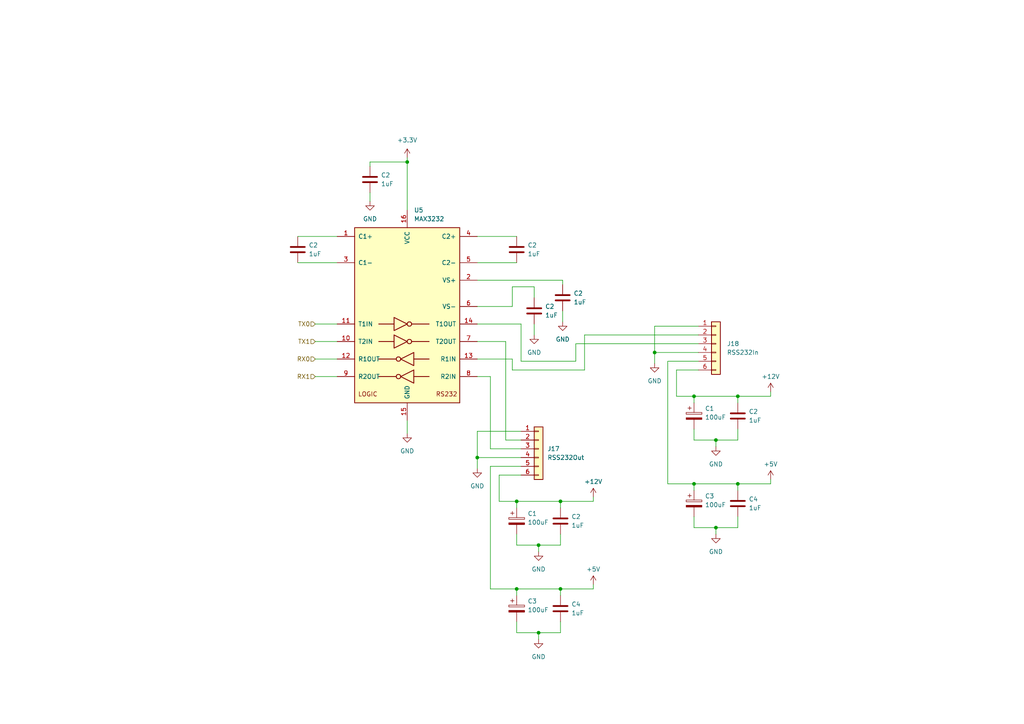
<source format=kicad_sch>
(kicad_sch (version 20230121) (generator eeschema)
  (paper "A4")
  (lib_symbols
    (symbol "Connector_Generic:Conn_01x06" (pin_names (offset 1.016) hide)
      (property "Reference" "J" (at 0 7.62 0))
      (property "Value" "Conn_01x06" (at 0 -10.16 0))
      (symbol "Conn_01x06_1_1"
        (rectangle (start -1.27 -7.493) (end 0 -7.747) (stroke (width 0.1524)))
        (rectangle (start -1.27 -4.953) (end 0 -5.207) (stroke (width 0.1524)))
        (rectangle (start -1.27 -2.413) (end 0 -2.667) (stroke (width 0.1524)))
        (rectangle (start -1.27 0.127) (end 0 -0.127) (stroke (width 0.1524)))
        (rectangle (start -1.27 2.667) (end 0 2.413) (stroke (width 0.1524)))
        (rectangle (start -1.27 5.207) (end 0 4.953) (stroke (width 0.1524)))
        (rectangle (start -1.27 6.35) (end 1.27 -8.89) (stroke (width 0.254)) (fill (type background)))
        (pin passive line (at -5.08 5.08 0) (length 3.81) (name "Pin_1") (number "1"))
        (pin passive line (at -5.08 2.54 0) (length 3.81) (name "Pin_2") (number "2"))
        (pin passive line (at -5.08 0 0) (length 3.81) (name "Pin_3") (number "3"))
        (pin passive line (at -5.08 -2.54 0) (length 3.81) (name "Pin_4") (number "4"))
        (pin passive line (at -5.08 -5.08 0) (length 3.81) (name "Pin_5") (number "5"))
        (pin passive line (at -5.08 -7.62 0) (length 3.81) (name "Pin_6") (number "6"))
      )
    )
    (symbol "Device:C" (pin_numbers hide) (pin_names (offset 0.254))
      (property "Reference" "C" (at 0.635 2.54 0))
      (property "Value" "C" (at 0.635 -2.54 0))
      (symbol "C_0_1"
        (polyline (pts (xy -2.032 -0.762) (xy 2.032 -0.762)) (stroke (width 0.508)))
        (polyline (pts (xy -2.032 0.762) (xy 2.032 0.762)) (stroke (width 0.508)))
      )
      (symbol "C_1_1"
        (pin passive line (at 0 3.81 270) (length 2.794) (name "~") (number "1"))
        (pin passive line (at 0 -3.81 90) (length 2.794) (name "~") (number "2"))
      )
    )
    (symbol "Device:C_Polarized" (pin_numbers hide) (pin_names (offset 0.254))
      (property "Reference" "C" (at 0.635 2.54 0))
      (property "Value" "C_Polarized" (at 0.635 -2.54 0))
      (symbol "C_Polarized_0_1"
        (rectangle (start -2.286 0.508) (end 2.286 1.016))
        (polyline (pts (xy -1.778 2.286) (xy -0.762 2.286)))
        (polyline (pts (xy -1.27 2.794) (xy -1.27 1.778)))
        (rectangle (start 2.286 -0.508) (end -2.286 -1.016) (fill (type outline)))
      )
      (symbol "C_Polarized_1_1"
        (pin passive line (at 0 3.81 270) (length 2.794) (name "~") (number "1"))
        (pin passive line (at 0 -3.81 90) (length 2.794) (name "~") (number "2"))
      )
    )
    (symbol "Interface_UART:MAX3232" (pin_names (offset 1.016))
      (property "Reference" "U" (at -2.54 28.575 0))
      (property "Value" "MAX3232" (at -2.54 26.67 0))
      (symbol "MAX3232_0_0"
        (text "LOGIC" (at -11.43 -22.86 0) (effects (font (size 1.27 1.27))))
        (text "RS232" (at 11.43 -22.86 0) (effects (font (size 1.27 1.27))))
      )
      (symbol "MAX3232_0_1"
        (rectangle (start -15.24 -25.4) (end 15.24 25.4) (stroke (width 0.254)) (fill (type background)))
        (circle (center -2.54 -17.78) (radius 0.635) (stroke (width 0.254)))
        (circle (center -2.54 -12.7) (radius 0.635) (stroke (width 0.254)))
        (polyline (pts (xy -3.81 -7.62) (xy -8.255 -7.62)) (stroke (width 0.254)))
        (polyline (pts (xy -3.81 -2.54) (xy -8.255 -2.54)) (stroke (width 0.254)))
        (polyline (pts (xy -3.175 -17.78) (xy -8.255 -17.78)) (stroke (width 0.254)))
        (polyline (pts (xy -3.175 -12.7) (xy -8.255 -12.7)) (stroke (width 0.254)))
        (polyline (pts (xy 1.27 -7.62) (xy 6.35 -7.62)) (stroke (width 0.254)))
        (polyline (pts (xy 1.27 -2.54) (xy 6.35 -2.54)) (stroke (width 0.254)))
        (polyline (pts (xy 1.905 -17.78) (xy 6.35 -17.78)) (stroke (width 0.254)))
        (polyline (pts (xy 1.905 -12.7) (xy 6.35 -12.7)) (stroke (width 0.254)))
        (polyline (pts (xy -3.81 -5.715) (xy -3.81 -9.525) (xy 0 -7.62) (xy -3.81 -5.715)) (stroke (width 0.254)))
        (polyline (pts (xy -3.81 -0.635) (xy -3.81 -4.445) (xy 0 -2.54) (xy -3.81 -0.635)) (stroke (width 0.254)))
        (polyline (pts (xy 1.905 -15.875) (xy 1.905 -19.685) (xy -1.905 -17.78) (xy 1.905 -15.875)) (stroke (width 0.254)))
        (polyline (pts (xy 1.905 -10.795) (xy 1.905 -14.605) (xy -1.905 -12.7) (xy 1.905 -10.795)) (stroke (width 0.254)))
        (circle (center 0.635 -7.62) (radius 0.635) (stroke (width 0.254)))
        (circle (center 0.635 -2.54) (radius 0.635) (stroke (width 0.254)))
      )
      (symbol "MAX3232_1_1"
        (pin passive line (at -20.32 22.86 0) (length 5.08) (name "C1+") (number "1"))
        (pin input line (at -20.32 -7.62 0) (length 5.08) (name "T2IN") (number "10"))
        (pin input line (at -20.32 -2.54 0) (length 5.08) (name "T1IN") (number "11"))
        (pin output line (at -20.32 -12.7 0) (length 5.08) (name "R1OUT") (number "12"))
        (pin input line (at 20.32 -12.7 180) (length 5.08) (name "R1IN") (number "13"))
        (pin output line (at 20.32 -2.54 180) (length 5.08) (name "T1OUT") (number "14"))
        (pin power_in line (at 0 -30.48 90) (length 5.08) (name "GND") (number "15"))
        (pin power_in line (at 0 30.48 270) (length 5.08) (name "VCC") (number "16"))
        (pin power_out line (at 20.32 10.16 180) (length 5.08) (name "VS+") (number "2"))
        (pin passive line (at -20.32 15.24 0) (length 5.08) (name "C1-") (number "3"))
        (pin passive line (at 20.32 22.86 180) (length 5.08) (name "C2+") (number "4"))
        (pin passive line (at 20.32 15.24 180) (length 5.08) (name "C2-") (number "5"))
        (pin power_out line (at 20.32 2.54 180) (length 5.08) (name "VS-") (number "6"))
        (pin output line (at 20.32 -7.62 180) (length 5.08) (name "T2OUT") (number "7"))
        (pin input line (at 20.32 -17.78 180) (length 5.08) (name "R2IN") (number "8"))
        (pin output line (at -20.32 -17.78 0) (length 5.08) (name "R2OUT") (number "9"))
      )
    )
    (symbol "power:+12V" (power) (pin_names (offset 0))
      (property "Value" "+12V" (at 0 3.556 0))
      (symbol "+12V_0_1"
        (polyline (pts (xy -0.762 1.27) (xy 0 2.54)))
        (polyline (pts (xy 0 0) (xy 0 2.54)))
        (polyline (pts (xy 0 2.54) (xy 0.762 1.27)))
      )
      (symbol "+12V_1_1"
        (pin power_in line (at 0 0 90) (length 0) hide (name "+12V") (number "1"))
      )
    )
    (symbol "power:+3.3V" (power) (pin_names (offset 0))
      (property "Value" "+3.3V" (at 0 3.556 0))
      (symbol "+3.3V_0_1"
        (polyline (pts (xy -0.762 1.27) (xy 0 2.54)))
        (polyline (pts (xy 0 0) (xy 0 2.54)))
        (polyline (pts (xy 0 2.54) (xy 0.762 1.27)))
      )
      (symbol "+3.3V_1_1"
        (pin power_in line (at 0 0 90) (length 0) hide (name "+3.3V") (number "1"))
      )
    )
    (symbol "power:+5V" (power) (pin_names (offset 0))
      (property "Value" "+5V" (at 0 3.556 0))
      (symbol "+5V_0_1"
        (polyline (pts (xy -0.762 1.27) (xy 0 2.54)))
        (polyline (pts (xy 0 0) (xy 0 2.54)))
        (polyline (pts (xy 0 2.54) (xy 0.762 1.27)))
      )
      (symbol "+5V_1_1"
        (pin power_in line (at 0 0 90) (length 0) hide (name "+5V") (number "1"))
      )
    )
    (symbol "power:GND" (power) (pin_names (offset 0))
      (property "Value" "GND" (at 0 -3.81 0))
      (symbol "GND_0_1"
        (polyline (pts (xy 0 0) (xy 0 -1.27) (xy 1.27 -1.27) (xy 0 -2.54) (xy -1.27 -1.27) (xy 0 -1.27)))
      )
      (symbol "GND_1_1"
        (pin power_in line (at 0 0 270) (length 0) hide (name "GND") (number "1"))
      )
    )
  )
  (junction (at 207.645 127.635))
  (junction (at 162.56 145.415))
  (junction (at 201.295 140.335))
  (junction (at 213.995 140.335))
  (junction (at 201.295 114.935))
  (junction (at 149.86 145.415))
  (junction (at 207.645 153.035))
  (junction (at 138.43 132.715))
  (junction (at 156.21 183.515))
  (junction (at 149.86 170.815))
  (junction (at 156.21 158.115))
  (junction (at 118.11 46.99))
  (junction (at 213.995 114.935))
  (junction (at 189.865 102.235))
  (junction (at 162.56 170.815))
  (wire (pts (xy 149.86 170.815) (xy 142.24 170.815)))
  (wire (pts (xy 149.86 154.94) (xy 149.86 158.115)))
  (wire (pts (xy 223.52 139.065) (xy 223.52 140.335)))
  (wire (pts (xy 172.085 169.545) (xy 172.085 170.815)))
  (wire (pts (xy 223.52 114.935) (xy 213.995 114.935)))
  (wire (pts (xy 201.295 127.635) (xy 207.645 127.635)))
  (wire (pts (xy 223.52 113.665) (xy 223.52 114.935)))
  (wire (pts (xy 149.86 145.415) (xy 144.78 145.415)))
  (wire (pts (xy 201.295 140.335) (xy 193.675 140.335)))
  (wire (pts (xy 213.995 127.635) (xy 213.995 124.46)))
  (wire (pts (xy 91.44 99.06) (xy 97.79 99.06)))
  (wire (pts (xy 149.86 183.515) (xy 156.21 183.515)))
  (wire (pts (xy 163.195 90.17) (xy 163.195 93.345)))
  (wire (pts (xy 148.59 83.185) (xy 154.94 83.185)))
  (wire (pts (xy 91.44 109.22) (xy 97.79 109.22)))
  (wire (pts (xy 107.315 46.99) (xy 118.11 46.99)))
  (wire (pts (xy 144.78 137.795) (xy 151.13 137.795)))
  (wire (pts (xy 151.13 127.635) (xy 146.685 127.635)))
  (wire (pts (xy 148.59 104.14) (xy 148.59 107.315)))
  (wire (pts (xy 189.865 94.615) (xy 202.565 94.615)))
  (wire (pts (xy 162.56 170.815) (xy 162.56 172.72)))
  (wire (pts (xy 138.43 81.28) (xy 163.195 81.28)))
  (wire (pts (xy 213.995 114.935) (xy 213.995 116.84)))
  (wire (pts (xy 207.645 127.635) (xy 207.645 129.54)))
  (wire (pts (xy 138.43 93.98) (xy 151.13 93.98)))
  (wire (pts (xy 169.545 107.315) (xy 169.545 97.155)))
  (wire (pts (xy 148.59 88.9) (xy 148.59 83.185)))
  (wire (pts (xy 163.195 81.28) (xy 163.195 82.55)))
  (wire (pts (xy 162.56 183.515) (xy 162.56 180.34)))
  (wire (pts (xy 172.085 144.145) (xy 172.085 145.415)))
  (wire (pts (xy 138.43 132.715) (xy 138.43 125.095)))
  (wire (pts (xy 146.685 127.635) (xy 146.685 99.06)))
  (wire (pts (xy 223.52 140.335) (xy 213.995 140.335)))
  (wire (pts (xy 86.36 68.58) (xy 97.79 68.58)))
  (wire (pts (xy 207.645 127.635) (xy 213.995 127.635)))
  (wire (pts (xy 107.315 48.26) (xy 107.315 46.99)))
  (wire (pts (xy 189.865 105.41) (xy 189.865 102.235)))
  (wire (pts (xy 189.865 102.235) (xy 189.865 94.615)))
  (wire (pts (xy 156.21 158.115) (xy 162.56 158.115)))
  (wire (pts (xy 213.995 153.035) (xy 213.995 149.86)))
  (wire (pts (xy 201.295 114.935) (xy 196.215 114.935)))
  (wire (pts (xy 138.43 88.9) (xy 148.59 88.9)))
  (wire (pts (xy 213.995 140.335) (xy 201.295 140.335)))
  (wire (pts (xy 201.295 124.46) (xy 201.295 127.635)))
  (wire (pts (xy 201.295 114.935) (xy 201.295 116.84)))
  (wire (pts (xy 91.44 104.14) (xy 97.79 104.14)))
  (wire (pts (xy 118.11 46.99) (xy 118.11 60.96)))
  (wire (pts (xy 213.995 140.335) (xy 213.995 142.24)))
  (wire (pts (xy 149.86 158.115) (xy 156.21 158.115)))
  (wire (pts (xy 201.295 153.035) (xy 207.645 153.035)))
  (wire (pts (xy 156.21 183.515) (xy 156.21 185.42)))
  (wire (pts (xy 142.24 135.255) (xy 142.24 170.815)))
  (wire (pts (xy 162.56 170.815) (xy 149.86 170.815)))
  (wire (pts (xy 207.645 153.035) (xy 207.645 154.94)))
  (wire (pts (xy 138.43 99.06) (xy 146.685 99.06)))
  (wire (pts (xy 162.56 145.415) (xy 162.56 147.32)))
  (wire (pts (xy 193.675 104.775) (xy 193.675 140.335)))
  (wire (pts (xy 118.11 121.92) (xy 118.11 125.73)))
  (wire (pts (xy 172.085 170.815) (xy 162.56 170.815)))
  (wire (pts (xy 196.215 107.315) (xy 202.565 107.315)))
  (wire (pts (xy 207.645 153.035) (xy 213.995 153.035)))
  (wire (pts (xy 149.86 180.34) (xy 149.86 183.515)))
  (wire (pts (xy 172.085 145.415) (xy 162.56 145.415)))
  (wire (pts (xy 91.44 93.98) (xy 97.79 93.98)))
  (wire (pts (xy 162.56 158.115) (xy 162.56 154.94)))
  (wire (pts (xy 138.43 104.14) (xy 148.59 104.14)))
  (wire (pts (xy 142.24 130.175) (xy 151.13 130.175)))
  (wire (pts (xy 201.295 140.335) (xy 201.295 142.24)))
  (wire (pts (xy 151.13 135.255) (xy 142.24 135.255)))
  (wire (pts (xy 156.21 183.515) (xy 162.56 183.515)))
  (wire (pts (xy 148.59 107.315) (xy 169.545 107.315)))
  (wire (pts (xy 169.545 97.155) (xy 202.565 97.155)))
  (wire (pts (xy 167.005 104.775) (xy 167.005 99.695)))
  (wire (pts (xy 138.43 132.715) (xy 151.13 132.715)))
  (wire (pts (xy 149.86 170.815) (xy 149.86 172.72)))
  (wire (pts (xy 154.94 83.185) (xy 154.94 86.36)))
  (wire (pts (xy 118.11 46.99) (xy 118.11 45.72)))
  (wire (pts (xy 138.43 76.2) (xy 149.86 76.2)))
  (wire (pts (xy 142.24 109.22) (xy 142.24 130.175)))
  (wire (pts (xy 138.43 125.095) (xy 151.13 125.095)))
  (wire (pts (xy 167.005 99.695) (xy 202.565 99.695)))
  (wire (pts (xy 144.78 145.415) (xy 144.78 137.795)))
  (wire (pts (xy 151.13 93.98) (xy 151.13 104.775)))
  (wire (pts (xy 154.94 93.98) (xy 154.94 97.155)))
  (wire (pts (xy 86.36 76.2) (xy 97.79 76.2)))
  (wire (pts (xy 149.86 145.415) (xy 149.86 147.32)))
  (wire (pts (xy 213.995 114.935) (xy 201.295 114.935)))
  (wire (pts (xy 138.43 109.22) (xy 142.24 109.22)))
  (wire (pts (xy 107.315 55.88) (xy 107.315 58.42)))
  (wire (pts (xy 202.565 104.775) (xy 193.675 104.775)))
  (wire (pts (xy 189.865 102.235) (xy 202.565 102.235)))
  (wire (pts (xy 138.43 68.58) (xy 149.86 68.58)))
  (wire (pts (xy 196.215 114.935) (xy 196.215 107.315)))
  (wire (pts (xy 156.21 158.115) (xy 156.21 160.02)))
  (wire (pts (xy 138.43 135.89) (xy 138.43 132.715)))
  (wire (pts (xy 162.56 145.415) (xy 149.86 145.415)))
  (wire (pts (xy 201.295 149.86) (xy 201.295 153.035)))
  (wire (pts (xy 151.13 104.775) (xy 167.005 104.775)))
  (hierarchical_label "RX0" (shape input) (at 91.44 104.14 180))
  (hierarchical_label "TX1" (shape input) (at 91.44 99.06 180))
  (hierarchical_label "RX1" (shape input) (at 91.44 109.22 180))
  (hierarchical_label "TX0" (shape input) (at 91.44 93.98 180))
  (symbol (lib_id "Device:C") (at 154.94 90.17 0) (unit 1)
    (property "Reference" "C2" (at 158.115 88.9 0) (effects (justify left)))
    (property "Value" "1uF" (at 158.115 91.44 0) (effects (justify left)))
    (property "Footprint" "Capacitor_SMD:C_0805_2012Metric" (effects hide))
    (instances (project "TeensyIrrigation" (path "" (reference "C2") (unit 1)) (path "" (reference "C7") (unit 1)) (path "" (reference "C11") (unit 1)) (path "" (reference "C15") (unit 1)) (path "" (reference "C17") (unit 1)) (path "" (reference "C18") (unit 1)) (path "" (reference "C50") (unit 1))))
  )
  (symbol (lib_id "Connector_Generic:Conn_01x06") (at 156.21 130.175 0) (unit 1)
    (property "Reference" "J17" (at 158.75 130.175 0) (effects (justify left)))
    (property "Value" "RSS232Out" (at 158.75 132.715 0) (effects (justify left)))
    (property "Footprint" "Connector_PinHeader_2.54mm:PinHeader_1x06_P2.54mm_Vertical" (effects hide))
  )
  (symbol (lib_id "power:GND") (at 107.315 58.42 0) (mirror y) (unit 1)
    (property "Reference" "#PWR0196" (effects hide))
    (property "Value" "GND" (at 107.315 63.5 0))
  )
  (symbol (lib_id "Device:C_Polarized") (at 149.86 176.53 0) (unit 1)
    (property "Reference" "C3" (at 153.035 174.371 0) (effects (justify left)))
    (property "Value" "100uF" (at 153.035 176.911 0) (effects (justify left)))
    (property "Footprint" "Capacitor_SMD:CP_Elec_8x11.9" (effects hide))
    (instances (project "TeensyIrrigation" (path "" (reference "C3") (unit 1)) (path "" (reference "C6") (unit 1)) (path "" (reference "C10") (unit 1)) (path "" (reference "C14") (unit 1)) (path "" (reference "C24") (unit 1)) (path "" (reference "C28") (unit 1)) (path "" (reference "C32") (unit 1)) (path "" (reference "C20") (unit 1)) (path "" (reference "C49") (unit 1))))
  )
  (symbol (lib_id "power:GND") (at 138.43 135.89 0) (mirror y) (unit 1)
    (property "Reference" "#PWR0199" (effects hide))
    (property "Value" "GND" (at 138.43 140.97 0))
  )
  (symbol (lib_id "power:GND") (at 207.645 154.94 0) (unit 1)
    (property "Reference" "#PWR021" (effects hide))
    (property "Value" "GND" (at 207.645 160.02 0))
    (instances (project "TeensyIrrigation" (path "" (reference "#PWR021") (unit 1)) (path "" (reference "#PWR026") (unit 1)) (path "" (reference "#PWR048") (unit 1)) (path "" (reference "#PWR070") (unit 1)) (path "" (reference "#PWR081") (unit 1)) (path "" (reference "#PWR0108") (unit 1)) (path "" (reference "#PWR0116") (unit 1)) (path "" (reference "#PWR051") (unit 1)) (path "" (reference "#PWR0208") (unit 1))))
  )
  (symbol (lib_id "Device:C_Polarized") (at 149.86 151.13 0) (unit 1)
    (property "Reference" "C1" (at 153.035 148.971 0) (effects (justify left)))
    (property "Value" "100uF" (at 153.035 151.511 0) (effects (justify left)))
    (property "Footprint" "Capacitor_SMD:CP_Elec_8x11.9" (effects hide))
    (instances (project "TeensyIrrigation" (path "" (reference "C1") (unit 1)) (path "" (reference "C5") (unit 1)) (path "" (reference "C9") (unit 1)) (path "" (reference "C13") (unit 1)) (path "" (reference "C23") (unit 1)) (path "" (reference "C27") (unit 1)) (path "" (reference "C31") (unit 1)) (path "" (reference "C19") (unit 1)) (path "" (reference "C48") (unit 1))))
  )
  (symbol (lib_id "power:+5V") (at 223.52 139.065 0) (unit 1)
    (property "Reference" "#PWR022" (effects hide))
    (property "Value" "+5V" (at 223.52 134.62 0))
    (instances (project "TeensyIrrigation" (path "" (reference "#PWR022") (unit 1)) (path "" (reference "#PWR028") (unit 1)) (path "" (reference "#PWR050") (unit 1)) (path "" (reference "#PWR072") (unit 1)) (path "" (reference "#PWR085") (unit 1)) (path "" (reference "#PWR0110") (unit 1)) (path "" (reference "#PWR0118") (unit 1)) (path "" (reference "#PWR055") (unit 1)) (path "" (reference "#PWR0210") (unit 1))))
  )
  (symbol (lib_id "Device:C") (at 213.995 120.65 0) (unit 1)
    (property "Reference" "C2" (at 217.17 119.38 0) (effects (justify left)))
    (property "Value" "1uF" (at 217.17 121.92 0) (effects (justify left)))
    (property "Footprint" "Capacitor_SMD:C_0805_2012Metric" (effects hide))
    (instances (project "TeensyIrrigation" (path "" (reference "C2") (unit 1)) (path "" (reference "C7") (unit 1)) (path "" (reference "C11") (unit 1)) (path "" (reference "C15") (unit 1)) (path "" (reference "C25") (unit 1)) (path "" (reference "C29") (unit 1)) (path "" (reference "C33") (unit 1)) (path "" (reference "C21") (unit 1)) (path "" (reference "C56") (unit 1))))
  )
  (symbol (lib_id "power:GND") (at 118.11 125.73 0) (mirror y) (unit 1)
    (property "Reference" "#PWR0198" (effects hide))
    (property "Value" "GND" (at 118.11 130.81 0))
  )
  (symbol (lib_id "power:GND") (at 189.865 105.41 0) (mirror y) (unit 1)
    (property "Reference" "#PWR0206" (effects hide))
    (property "Value" "GND" (at 189.865 110.49 0))
  )
  (symbol (lib_id "Device:C_Polarized") (at 201.295 146.05 0) (unit 1)
    (property "Reference" "C3" (at 204.47 143.891 0) (effects (justify left)))
    (property "Value" "100uF" (at 204.47 146.431 0) (effects (justify left)))
    (property "Footprint" "Capacitor_SMD:CP_Elec_8x11.9" (effects hide))
    (instances (project "TeensyIrrigation" (path "" (reference "C3") (unit 1)) (path "" (reference "C6") (unit 1)) (path "" (reference "C10") (unit 1)) (path "" (reference "C14") (unit 1)) (path "" (reference "C24") (unit 1)) (path "" (reference "C28") (unit 1)) (path "" (reference "C32") (unit 1)) (path "" (reference "C20") (unit 1)) (path "" (reference "C55") (unit 1))))
  )
  (symbol (lib_id "power:+12V") (at 172.085 144.145 0) (unit 1)
    (property "Reference" "#PWR019" (effects hide))
    (property "Value" "+12V" (at 172.085 139.7 0))
    (instances (project "TeensyIrrigation" (path "" (reference "#PWR019") (unit 1)) (path "" (reference "#PWR027") (unit 1)) (path "" (reference "#PWR049") (unit 1)) (path "" (reference "#PWR071") (unit 1)) (path "" (reference "#PWR082") (unit 1)) (path "" (reference "#PWR0109") (unit 1)) (path "" (reference "#PWR0117") (unit 1)) (path "" (reference "#PWR052") (unit 1)) (path "" (reference "#PWR0204") (unit 1))))
  )
  (symbol (lib_id "power:+5V") (at 172.085 169.545 0) (unit 1)
    (property "Reference" "#PWR022" (effects hide))
    (property "Value" "+5V" (at 172.085 165.1 0))
    (instances (project "TeensyIrrigation" (path "" (reference "#PWR022") (unit 1)) (path "" (reference "#PWR028") (unit 1)) (path "" (reference "#PWR050") (unit 1)) (path "" (reference "#PWR072") (unit 1)) (path "" (reference "#PWR085") (unit 1)) (path "" (reference "#PWR0110") (unit 1)) (path "" (reference "#PWR0118") (unit 1)) (path "" (reference "#PWR055") (unit 1)) (path "" (reference "#PWR0205") (unit 1))))
  )
  (symbol (lib_id "Device:C") (at 162.56 176.53 0) (unit 1)
    (property "Reference" "C4" (at 165.735 175.26 0) (effects (justify left)))
    (property "Value" "1uF" (at 165.735 177.8 0) (effects (justify left)))
    (property "Footprint" "Capacitor_SMD:C_0805_2012Metric" (effects hide))
    (instances (project "TeensyIrrigation" (path "" (reference "C4") (unit 1)) (path "" (reference "C8") (unit 1)) (path "" (reference "C12") (unit 1)) (path "" (reference "C16") (unit 1)) (path "" (reference "C26") (unit 1)) (path "" (reference "C30") (unit 1)) (path "" (reference "C34") (unit 1)) (path "" (reference "C22") (unit 1)) (path "" (reference "C52") (unit 1))))
  )
  (symbol (lib_id "Device:C") (at 213.995 146.05 0) (unit 1)
    (property "Reference" "C4" (at 217.17 144.78 0) (effects (justify left)))
    (property "Value" "1uF" (at 217.17 147.32 0) (effects (justify left)))
    (property "Footprint" "Capacitor_SMD:C_0805_2012Metric" (effects hide))
    (instances (project "TeensyIrrigation" (path "" (reference "C4") (unit 1)) (path "" (reference "C8") (unit 1)) (path "" (reference "C12") (unit 1)) (path "" (reference "C16") (unit 1)) (path "" (reference "C26") (unit 1)) (path "" (reference "C30") (unit 1)) (path "" (reference "C34") (unit 1)) (path "" (reference "C22") (unit 1)) (path "" (reference "C57") (unit 1))))
  )
  (symbol (lib_id "Device:C") (at 149.86 72.39 0) (unit 1)
    (property "Reference" "C2" (at 153.035 71.12 0) (effects (justify left)))
    (property "Value" "1uF" (at 153.035 73.66 0) (effects (justify left)))
    (property "Footprint" "Capacitor_SMD:C_0805_2012Metric" (effects hide))
    (instances (project "TeensyIrrigation" (path "" (reference "C2") (unit 1)) (path "" (reference "C7") (unit 1)) (path "" (reference "C11") (unit 1)) (path "" (reference "C15") (unit 1)) (path "" (reference "C17") (unit 1)) (path "" (reference "C18") (unit 1)) (path "" (reference "C47") (unit 1))))
  )
  (symbol (lib_id "Interface_UART:MAX3232") (at 118.11 91.44 0) (unit 1)
    (property "Reference" "U5" (at 120.0659 60.96 0) (effects (justify left)))
    (property "Value" "MAX3232" (at 120.0659 63.5 0) (effects (justify left)))
    (property "Footprint" "Package_SO:TSSOP-16_4.4x5mm_P0.65mm" (effects hide))
    (property "Datasheet" "https://datasheets.maximintegrated.com/en/ds/MAX3222-MAX3241.pdf" (effects hide))
  )
  (symbol (lib_id "power:GND") (at 154.94 97.155 0) (mirror y) (unit 1)
    (property "Reference" "#PWR0200" (effects hide))
    (property "Value" "GND" (at 154.94 102.235 0))
  )
  (symbol (lib_id "Device:C") (at 162.56 151.13 0) (unit 1)
    (property "Reference" "C2" (at 165.735 149.86 0) (effects (justify left)))
    (property "Value" "1uF" (at 165.735 152.4 0) (effects (justify left)))
    (property "Footprint" "Capacitor_SMD:C_0805_2012Metric" (effects hide))
    (instances (project "TeensyIrrigation" (path "" (reference "C2") (unit 1)) (path "" (reference "C7") (unit 1)) (path "" (reference "C11") (unit 1)) (path "" (reference "C15") (unit 1)) (path "" (reference "C25") (unit 1)) (path "" (reference "C29") (unit 1)) (path "" (reference "C33") (unit 1)) (path "" (reference "C21") (unit 1)) (path "" (reference "C51") (unit 1))))
  )
  (symbol (lib_id "power:GND") (at 156.21 160.02 0) (unit 1)
    (property "Reference" "#PWR020" (effects hide))
    (property "Value" "GND" (at 156.21 165.1 0))
    (instances (project "TeensyIrrigation" (path "" (reference "#PWR020") (unit 1)) (path "" (reference "#PWR025") (unit 1)) (path "" (reference "#PWR047") (unit 1)) (path "" (reference "#PWR069") (unit 1)) (path "" (reference "#PWR078") (unit 1)) (path "" (reference "#PWR0107") (unit 1)) (path "" (reference "#PWR0115") (unit 1)) (path "" (reference "#PWR042") (unit 1)) (path "" (reference "#PWR0201") (unit 1))))
  )
  (symbol (lib_id "Device:C_Polarized") (at 201.295 120.65 0) (unit 1)
    (property "Reference" "C1" (at 204.47 118.491 0) (effects (justify left)))
    (property "Value" "100uF" (at 204.47 121.031 0) (effects (justify left)))
    (property "Footprint" "Capacitor_SMD:CP_Elec_8x11.9" (effects hide))
    (instances (project "TeensyIrrigation" (path "" (reference "C1") (unit 1)) (path "" (reference "C5") (unit 1)) (path "" (reference "C9") (unit 1)) (path "" (reference "C13") (unit 1)) (path "" (reference "C23") (unit 1)) (path "" (reference "C27") (unit 1)) (path "" (reference "C31") (unit 1)) (path "" (reference "C19") (unit 1)) (path "" (reference "C54") (unit 1))))
  )
  (symbol (lib_id "power:GND") (at 207.645 129.54 0) (unit 1)
    (property "Reference" "#PWR020" (effects hide))
    (property "Value" "GND" (at 207.645 134.62 0))
    (instances (project "TeensyIrrigation" (path "" (reference "#PWR020") (unit 1)) (path "" (reference "#PWR025") (unit 1)) (path "" (reference "#PWR047") (unit 1)) (path "" (reference "#PWR069") (unit 1)) (path "" (reference "#PWR078") (unit 1)) (path "" (reference "#PWR0107") (unit 1)) (path "" (reference "#PWR0115") (unit 1)) (path "" (reference "#PWR042") (unit 1)) (path "" (reference "#PWR0207") (unit 1))))
  )
  (symbol (lib_id "power:+3.3V") (at 118.11 45.72 0) (unit 1)
    (property "Reference" "#PWR0197" (effects hide))
    (property "Value" "+3.3V" (at 118.11 40.64 0))
  )
  (symbol (lib_id "power:+12V") (at 223.52 113.665 0) (unit 1)
    (property "Reference" "#PWR019" (effects hide))
    (property "Value" "+12V" (at 223.52 109.22 0))
    (instances (project "TeensyIrrigation" (path "" (reference "#PWR019") (unit 1)) (path "" (reference "#PWR027") (unit 1)) (path "" (reference "#PWR049") (unit 1)) (path "" (reference "#PWR071") (unit 1)) (path "" (reference "#PWR082") (unit 1)) (path "" (reference "#PWR0109") (unit 1)) (path "" (reference "#PWR0117") (unit 1)) (path "" (reference "#PWR052") (unit 1)) (path "" (reference "#PWR0209") (unit 1))))
  )
  (symbol (lib_id "power:GND") (at 163.195 93.345 0) (mirror y) (unit 1)
    (property "Reference" "#PWR0203" (effects hide))
    (property "Value" "GND" (at 163.195 98.425 0))
  )
  (symbol (lib_id "Device:C") (at 107.315 52.07 0) (unit 1)
    (property "Reference" "C2" (at 110.49 50.8 0) (effects (justify left)))
    (property "Value" "1uF" (at 110.49 53.34 0) (effects (justify left)))
    (property "Footprint" "Capacitor_SMD:C_0805_2012Metric" (effects hide))
    (instances (project "TeensyIrrigation" (path "" (reference "C2") (unit 1)) (path "" (reference "C7") (unit 1)) (path "" (reference "C11") (unit 1)) (path "" (reference "C15") (unit 1)) (path "" (reference "C17") (unit 1)) (path "" (reference "C18") (unit 1)) (path "" (reference "C46") (unit 1))))
  )
  (symbol (lib_id "Device:C") (at 86.36 72.39 0) (unit 1)
    (property "Reference" "C2" (at 89.535 71.12 0) (effects (justify left)))
    (property "Value" "1uF" (at 89.535 73.66 0) (effects (justify left)))
    (property "Footprint" "Capacitor_SMD:C_0805_2012Metric" (effects hide))
    (instances (project "TeensyIrrigation" (path "" (reference "C2") (unit 1)) (path "" (reference "C7") (unit 1)) (path "" (reference "C11") (unit 1)) (path "" (reference "C15") (unit 1)) (path "" (reference "C17") (unit 1)) (path "" (reference "C18") (unit 1)) (path "" (reference "C45") (unit 1))))
  )
  (symbol (lib_id "Connector_Generic:Conn_01x06") (at 207.645 99.695 0) (unit 1)
    (property "Reference" "J18" (at 210.82 99.695 0) (effects (justify left)))
    (property "Value" "RSS232In" (at 210.82 102.235 0) (effects (justify left)))
    (property "Footprint" "Connector_PinHeader_2.54mm:PinHeader_1x06_P2.54mm_Vertical" (effects hide))
  )
  (symbol (lib_id "power:GND") (at 156.21 185.42 0) (unit 1)
    (property "Reference" "#PWR021" (effects hide))
    (property "Value" "GND" (at 156.21 190.5 0))
    (instances (project "TeensyIrrigation" (path "" (reference "#PWR021") (unit 1)) (path "" (reference "#PWR026") (unit 1)) (path "" (reference "#PWR048") (unit 1)) (path "" (reference "#PWR070") (unit 1)) (path "" (reference "#PWR081") (unit 1)) (path "" (reference "#PWR0108") (unit 1)) (path "" (reference "#PWR0116") (unit 1)) (path "" (reference "#PWR051") (unit 1)) (path "" (reference "#PWR0202") (unit 1))))
  )
  (symbol (lib_id "Device:C") (at 163.195 86.36 0) (unit 1)
    (property "Reference" "C2" (at 166.37 85.09 0) (effects (justify left)))
    (property "Value" "1uF" (at 166.37 87.63 0) (effects (justify left)))
    (property "Footprint" "Capacitor_SMD:C_0805_2012Metric" (effects hide))
    (instances (project "TeensyIrrigation" (path "" (reference "C2") (unit 1)) (path "" (reference "C7") (unit 1)) (path "" (reference "C11") (unit 1)) (path "" (reference "C15") (unit 1)) (path "" (reference "C17") (unit 1)) (path "" (reference "C18") (unit 1)) (path "" (reference "C53") (unit 1))))
  )
)
</source>
